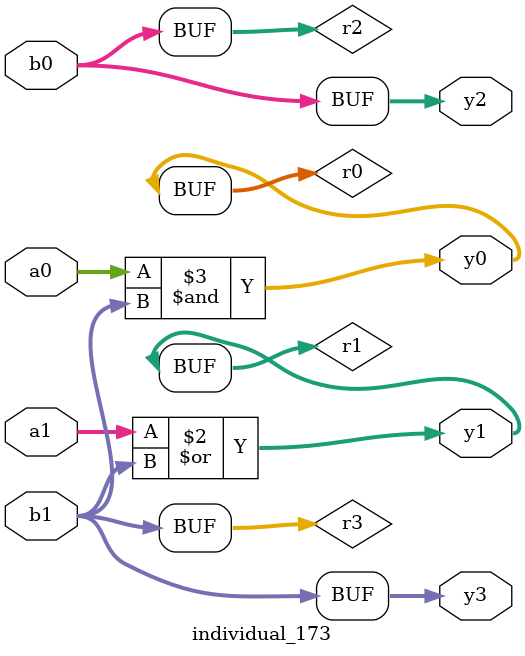
<source format=sv>
module individual_173(input logic [15:0] a1, input logic [15:0] a0, input logic [15:0] b1, input logic [15:0] b0, output logic [15:0] y3, output logic [15:0] y2, output logic [15:0] y1, output logic [15:0] y0);
logic [15:0] r0, r1, r2, r3; 
 always@(*) begin 
	 r0 = a0; r1 = a1; r2 = b0; r3 = b1; 
 	 r1  |=  r3 ;
 	 r0  &=  b1 ;
 	 y3 = r3; y2 = r2; y1 = r1; y0 = r0; 
end
endmodule
</source>
